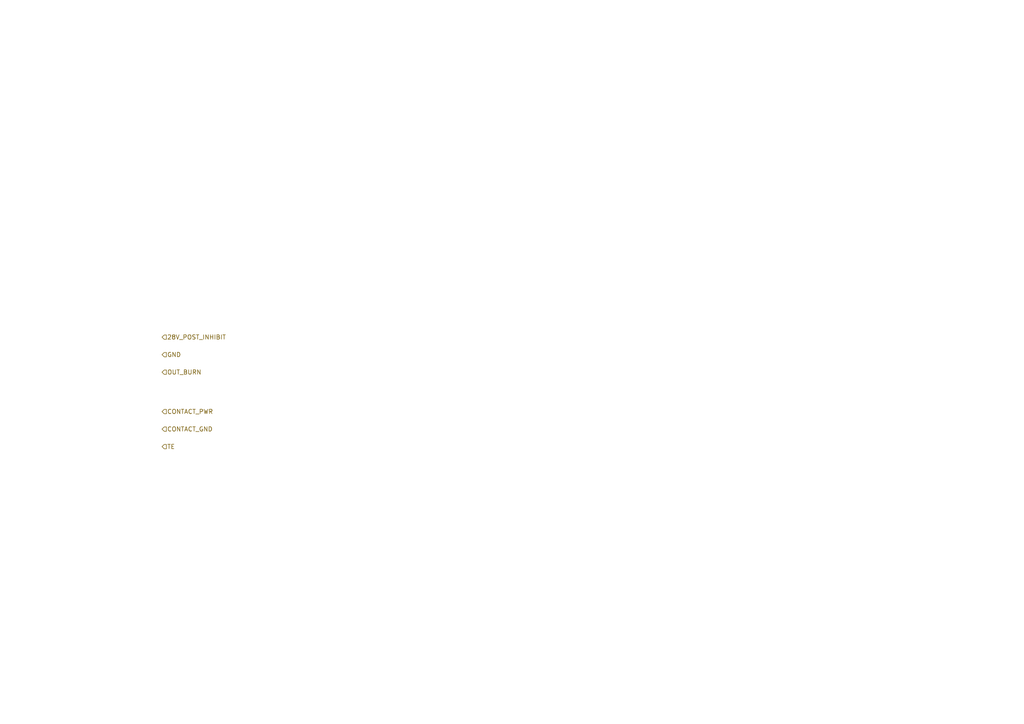
<source format=kicad_sch>
(kicad_sch
	(version 20250114)
	(generator "eeschema")
	(generator_version "9.0")
	(uuid "4c3101bd-5e3a-4a0d-bd49-02e2d5f7eb0e")
	(paper "A4")
	(lib_symbols)
	(hierarchical_label "GND"
		(shape input)
		(at 46.99 102.87 0)
		(effects
			(font
				(size 1.27 1.27)
			)
			(justify left)
		)
		(uuid "0a1de3d6-73b9-4672-82fb-611120165630")
	)
	(hierarchical_label "28V_POST_INHIBIT"
		(shape input)
		(at 46.99 97.79 0)
		(effects
			(font
				(size 1.27 1.27)
			)
			(justify left)
		)
		(uuid "2951f859-3f70-4728-91b6-d0427a6952ff")
	)
	(hierarchical_label "OUT_BURN"
		(shape input)
		(at 46.99 107.95 0)
		(effects
			(font
				(size 1.27 1.27)
			)
			(justify left)
		)
		(uuid "32a8d31b-eff1-48e9-a432-d7ec77e070ec")
	)
	(hierarchical_label "TE"
		(shape input)
		(at 46.99 129.54 0)
		(effects
			(font
				(size 1.27 1.27)
			)
			(justify left)
		)
		(uuid "46297d14-0635-4ae2-8fc2-093d266d12df")
	)
	(hierarchical_label "CONTACT_GND"
		(shape input)
		(at 46.99 124.46 0)
		(effects
			(font
				(size 1.27 1.27)
			)
			(justify left)
		)
		(uuid "55e7059d-3a98-4052-8f75-c6c8b93ce9ee")
	)
	(hierarchical_label "CONTACT_PWR"
		(shape input)
		(at 46.99 119.38 0)
		(effects
			(font
				(size 1.27 1.27)
			)
			(justify left)
		)
		(uuid "779d499f-030d-49b5-956d-ae3daa2e9892")
	)
)

</source>
